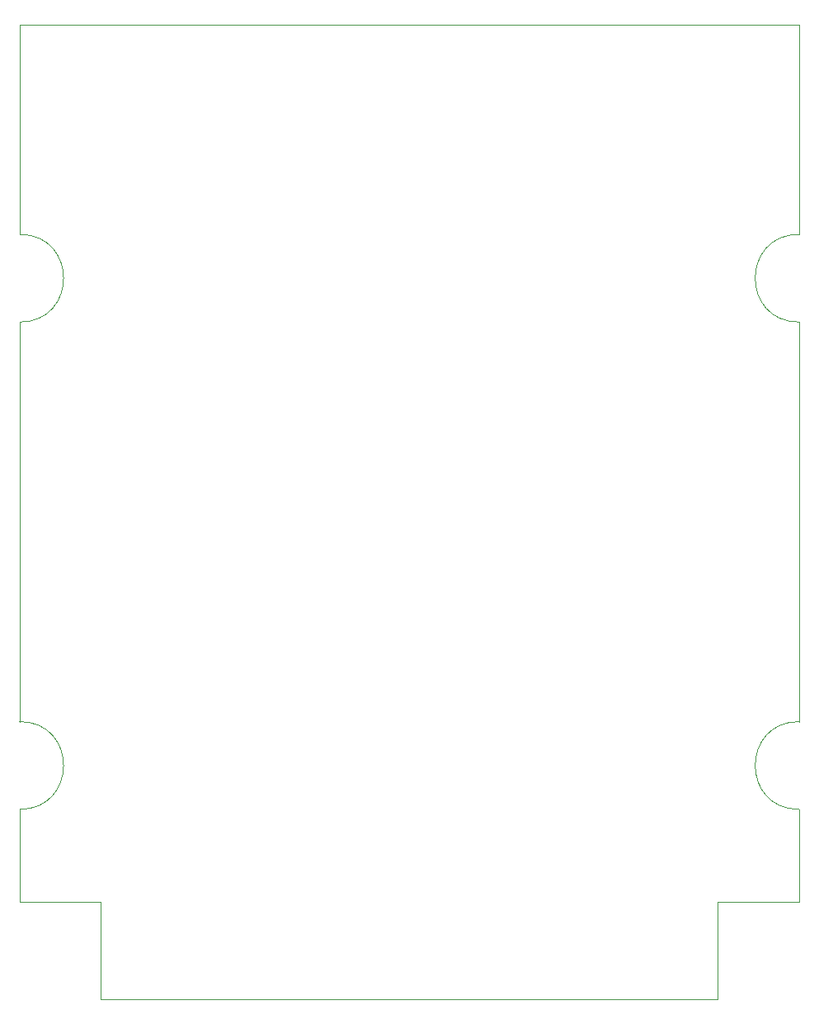
<source format=gbr>
%TF.GenerationSoftware,KiCad,Pcbnew,8.0.2*%
%TF.CreationDate,2025-01-23T22:42:54+01:00*%
%TF.ProjectId,p2000t-joystick-slot2-eeprom,70323030-3074-42d6-9a6f-79737469636b,rev?*%
%TF.SameCoordinates,Original*%
%TF.FileFunction,Profile,NP*%
%FSLAX46Y46*%
G04 Gerber Fmt 4.6, Leading zero omitted, Abs format (unit mm)*
G04 Created by KiCad (PCBNEW 8.0.2) date 2025-01-23 22:42:54*
%MOMM*%
%LPD*%
G01*
G04 APERTURE LIST*
%TA.AperFunction,Profile*%
%ADD10C,0.050000*%
%TD*%
G04 APERTURE END LIST*
D10*
X107776565Y-97602714D02*
X107776565Y-82414714D01*
X36064565Y-116102714D02*
X35776565Y-116102714D01*
X107776565Y-26102714D02*
X107776565Y-47602714D01*
X99437565Y-116102714D02*
X99776565Y-116102714D01*
X107776565Y-56702714D02*
X107776565Y-59802714D01*
X107776565Y-116102714D02*
X107776565Y-109102714D01*
X36064565Y-126102714D02*
X36064565Y-116102714D01*
X27776565Y-91102714D02*
X27776565Y-56602714D01*
X27776565Y-91102714D02*
X27776565Y-95602714D01*
X27776565Y-96102714D02*
X27776565Y-95602714D01*
X35776565Y-116102714D02*
X27776565Y-116102714D01*
X27776565Y-97602714D02*
G75*
G02*
X27776565Y-106602714I0J-4500000D01*
G01*
X107776565Y-109102714D02*
X107776565Y-106602714D01*
X27776565Y-116102714D02*
X27776565Y-109102714D01*
X107776565Y-106602714D02*
G75*
G02*
X107776565Y-97602706I5J4500004D01*
G01*
X99776565Y-116102714D02*
X107776565Y-116102714D01*
X107776565Y-56702714D02*
X107776565Y-56602714D01*
X107776566Y-65402715D02*
X107776565Y-59802714D01*
X107776565Y-82414714D02*
X107776566Y-76802714D01*
X27776565Y-47602714D02*
G75*
G02*
X27776565Y-56602714I0J-4500000D01*
G01*
X27776565Y-97602714D02*
X27776565Y-96102714D01*
X27776565Y-45602714D02*
X27776565Y-41102714D01*
X27776565Y-109102714D02*
X27776565Y-106602714D01*
X107776565Y-26102714D02*
X67776565Y-26102714D01*
X107776566Y-65402715D02*
X107776566Y-76802714D01*
X107776565Y-56602714D02*
G75*
G02*
X107776565Y-47602706I5J4500004D01*
G01*
X99437565Y-126102714D02*
X99437565Y-116102714D01*
X67776565Y-26102714D02*
X27776565Y-26102714D01*
X27776565Y-26102714D02*
X27776565Y-41102714D01*
X99437565Y-126102714D02*
X36064565Y-126102714D01*
X27776565Y-47602714D02*
X27776565Y-45602714D01*
M02*

</source>
